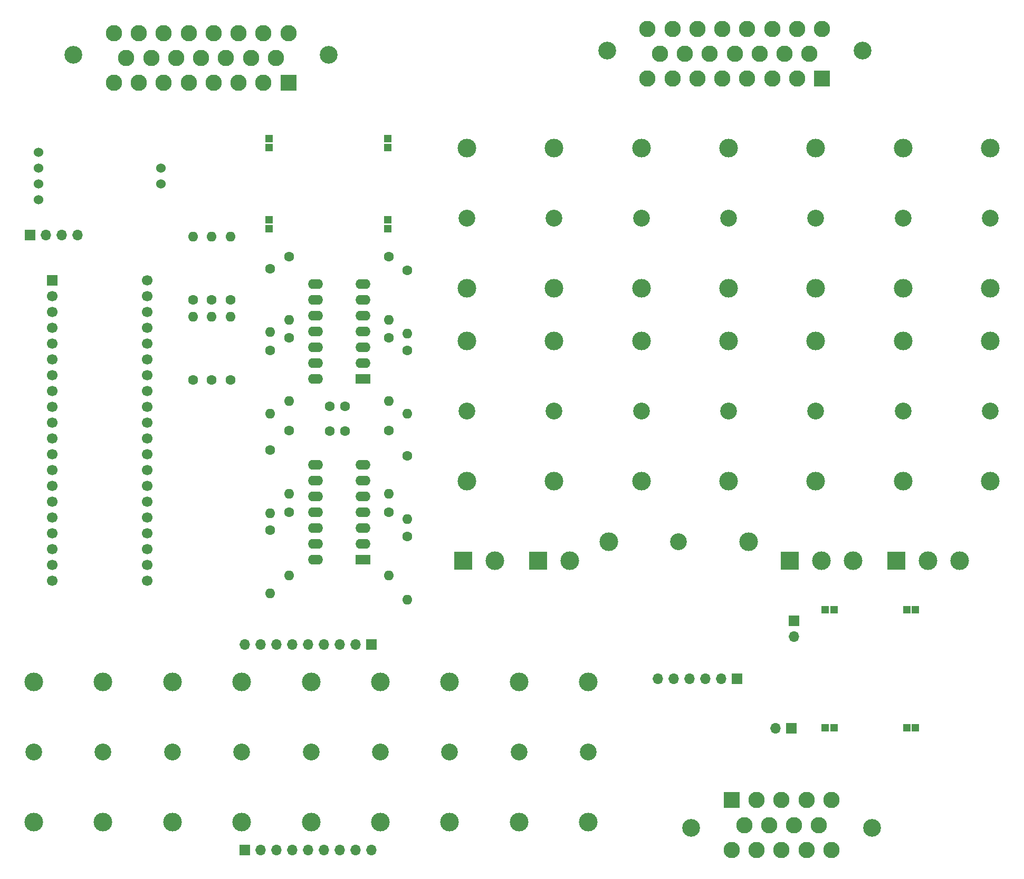
<source format=gbr>
%TF.GenerationSoftware,KiCad,Pcbnew,6.0.4+dfsg-1+b1*%
%TF.CreationDate,2022-05-05T15:10:20-03:00*%
%TF.ProjectId,painel1,7061696e-656c-4312-9e6b-696361645f70,rev?*%
%TF.SameCoordinates,Original*%
%TF.FileFunction,Soldermask,Bot*%
%TF.FilePolarity,Negative*%
%FSLAX46Y46*%
G04 Gerber Fmt 4.6, Leading zero omitted, Abs format (unit mm)*
G04 Created by KiCad (PCBNEW 6.0.4+dfsg-1+b1) date 2022-05-05 15:10:20*
%MOMM*%
%LPD*%
G01*
G04 APERTURE LIST*
%ADD10C,1.600000*%
%ADD11O,1.600000X1.600000*%
%ADD12C,2.700000*%
%ADD13C,3.000000*%
%ADD14C,2.625000*%
%ADD15R,2.625000X2.625000*%
%ADD16C,2.850000*%
%ADD17R,1.700000X1.700000*%
%ADD18C,1.700000*%
%ADD19R,3.000000X3.000000*%
%ADD20C,1.524000*%
%ADD21O,1.700000X1.700000*%
%ADD22R,1.308000X1.308000*%
%ADD23R,2.400000X1.600000*%
%ADD24O,2.400000X1.600000*%
G04 APERTURE END LIST*
D10*
%TO.C,R5*%
X93977500Y-109217500D03*
D11*
X93977500Y-119377500D03*
%TD*%
D10*
%TO.C,R3*%
X74977500Y-77217500D03*
D11*
X74977500Y-87377500D03*
%TD*%
D12*
%TO.C,F3*%
X187500000Y-102000000D03*
D13*
X187500000Y-113250000D03*
X187500000Y-90750000D03*
%TD*%
D12*
%TO.C,F4*%
X67375000Y-156750000D03*
D13*
X67375000Y-168000000D03*
X67375000Y-145500000D03*
%TD*%
D14*
%TO.C,J1*%
X162010000Y-172500000D03*
X158010000Y-172500000D03*
X154010000Y-172500000D03*
X150010000Y-172500000D03*
X146010000Y-172500000D03*
X160010000Y-168500000D03*
X156010000Y-168500000D03*
X152010000Y-168500000D03*
X148010000Y-168500000D03*
X162010000Y-164500000D03*
X158010000Y-164500000D03*
X154010000Y-164500000D03*
X150010000Y-164500000D03*
D15*
X146010000Y-164500000D03*
D16*
X168510000Y-169000000D03*
X139510000Y-169000000D03*
%TD*%
%TO.C,J1*%
X40357500Y-44755000D03*
X81357500Y-44755000D03*
D15*
X74857500Y-49255000D03*
D14*
X70857500Y-49255000D03*
X66857500Y-49255000D03*
X62857500Y-49255000D03*
X58857500Y-49255000D03*
X54857500Y-49255000D03*
X50857500Y-49255000D03*
X46857500Y-49255000D03*
X72857500Y-45255000D03*
X68857500Y-45255000D03*
X64857500Y-45255000D03*
X60857500Y-45255000D03*
X56857500Y-45255000D03*
X52857500Y-45255000D03*
X48857500Y-45255000D03*
X74857500Y-41255000D03*
X70857500Y-41255000D03*
X66857500Y-41255000D03*
X62857500Y-41255000D03*
X58857500Y-41255000D03*
X54857500Y-41255000D03*
X50857500Y-41255000D03*
X46857500Y-41255000D03*
%TD*%
D12*
%TO.C,F9*%
X131500000Y-71000000D03*
D13*
X131500000Y-59750000D03*
X131500000Y-82250000D03*
%TD*%
D16*
%TO.C,J1*%
X167000000Y-44087500D03*
X126000000Y-44087500D03*
D15*
X160500000Y-48587500D03*
D14*
X156500000Y-48587500D03*
X152500000Y-48587500D03*
X148500000Y-48587500D03*
X144500000Y-48587500D03*
X140500000Y-48587500D03*
X136500000Y-48587500D03*
X132500000Y-48587500D03*
X158500000Y-44587500D03*
X154500000Y-44587500D03*
X150500000Y-44587500D03*
X146500000Y-44587500D03*
X142500000Y-44587500D03*
X138500000Y-44587500D03*
X134500000Y-44587500D03*
X160500000Y-40587500D03*
X156500000Y-40587500D03*
X152500000Y-40587500D03*
X148500000Y-40587500D03*
X144500000Y-40587500D03*
X140500000Y-40587500D03*
X136500000Y-40587500D03*
X132500000Y-40587500D03*
%TD*%
D10*
%TO.C,R1*%
X93977500Y-79377500D03*
D11*
X93977500Y-89537500D03*
%TD*%
D10*
%TO.C,R19*%
X59562500Y-97032500D03*
D11*
X59562500Y-86872500D03*
%TD*%
D12*
%TO.C,F8*%
X111875000Y-156750000D03*
D13*
X111875000Y-168000000D03*
X111875000Y-145500000D03*
%TD*%
D12*
%TO.C,F9*%
X123000000Y-156750000D03*
D13*
X123000000Y-168000000D03*
X123000000Y-145500000D03*
%TD*%
D10*
%TO.C,R4*%
X74977500Y-90217500D03*
D11*
X74977500Y-100377500D03*
%TD*%
D12*
%TO.C,F10*%
X145500000Y-71000000D03*
D13*
X145500000Y-59750000D03*
X145500000Y-82250000D03*
%TD*%
D17*
%TO.C,U1*%
X36942500Y-80982500D03*
D18*
X36942500Y-83522500D03*
X36942500Y-86062500D03*
X36942500Y-88602500D03*
X36942500Y-91142500D03*
X36942500Y-93682500D03*
X36942500Y-96222500D03*
X36942500Y-98762500D03*
X36942500Y-101302500D03*
X36942500Y-103842500D03*
X36942500Y-106382500D03*
X36942500Y-108922500D03*
X36942500Y-111462500D03*
X36942500Y-114002500D03*
X36942500Y-116542500D03*
X36942500Y-119082500D03*
X36942500Y-121622500D03*
X36942500Y-124162500D03*
X36942500Y-126702500D03*
X36942500Y-129242500D03*
X52182500Y-129242500D03*
X52182500Y-126702500D03*
X52182500Y-124162500D03*
X52182500Y-121622500D03*
X52182500Y-119082500D03*
X52182500Y-116542500D03*
X52182500Y-114002500D03*
X52182500Y-111462500D03*
X52182500Y-108922500D03*
X52182500Y-106382500D03*
X52182500Y-103842500D03*
X52182500Y-101302500D03*
X52182500Y-98762500D03*
X52182500Y-96222500D03*
X52182500Y-93682500D03*
X52182500Y-91142500D03*
X52182500Y-88602500D03*
X52182500Y-86062500D03*
X52182500Y-83522500D03*
X52182500Y-80982500D03*
%TD*%
D19*
%TO.C,J3*%
X114960000Y-126000000D03*
D13*
X120040000Y-126000000D03*
%TD*%
D12*
%TO.C,F2*%
X45125000Y-156750000D03*
D13*
X45125000Y-168000000D03*
X45125000Y-145500000D03*
%TD*%
D10*
%TO.C,R6*%
X93977500Y-122137500D03*
D11*
X93977500Y-132297500D03*
%TD*%
D12*
%TO.C,F4*%
X173500000Y-102000000D03*
D13*
X173500000Y-113250000D03*
X173500000Y-90750000D03*
%TD*%
D12*
%TO.C,F3*%
X56250000Y-156750000D03*
D13*
X56250000Y-168000000D03*
X56250000Y-145500000D03*
%TD*%
D10*
%TO.C,R2*%
X93977500Y-92297500D03*
D11*
X93977500Y-102457500D03*
%TD*%
D10*
%TO.C,R15*%
X74977500Y-105137500D03*
D11*
X74977500Y-115297500D03*
%TD*%
D12*
%TO.C,F8*%
X137500000Y-123000000D03*
D13*
X148750000Y-123000000D03*
X126250000Y-123000000D03*
%TD*%
D20*
%TO.C,U3*%
X34752500Y-60460000D03*
X34752500Y-63000000D03*
X34752500Y-65540000D03*
X34752500Y-68080000D03*
X54437500Y-63000000D03*
X54437500Y-65540000D03*
%TD*%
D10*
%TO.C,R20*%
X59562500Y-84112500D03*
D11*
X59562500Y-73952500D03*
%TD*%
D10*
%TO.C,R7*%
X71977500Y-108217500D03*
D11*
X71977500Y-118377500D03*
%TD*%
D10*
%TO.C,C1*%
X83977500Y-101217500D03*
X81477500Y-101217500D03*
%TD*%
D21*
%TO.C,J1*%
X88170000Y-172500000D03*
X85630000Y-172500000D03*
X83090000Y-172500000D03*
X80550000Y-172500000D03*
X78010000Y-172500000D03*
X75470000Y-172500000D03*
X72930000Y-172500000D03*
X70390000Y-172500000D03*
D17*
X67850000Y-172500000D03*
%TD*%
D10*
%TO.C,R12*%
X71977500Y-92217500D03*
D11*
X71977500Y-102377500D03*
%TD*%
D10*
%TO.C,R21*%
X65562500Y-97032500D03*
D11*
X65562500Y-86872500D03*
%TD*%
D12*
%TO.C,F5*%
X78500000Y-156750000D03*
D13*
X78500000Y-168000000D03*
X78500000Y-145500000D03*
%TD*%
D12*
%TO.C,F1*%
X34000000Y-156750000D03*
D13*
X34000000Y-168000000D03*
X34000000Y-145500000D03*
%TD*%
D10*
%TO.C,R22*%
X65562500Y-84112500D03*
D11*
X65562500Y-73952500D03*
%TD*%
D10*
%TO.C,R13*%
X90977500Y-105137500D03*
D11*
X90977500Y-115297500D03*
%TD*%
D17*
%TO.C,J2*%
X88150000Y-139500000D03*
D21*
X85610000Y-139500000D03*
X83070000Y-139500000D03*
X80530000Y-139500000D03*
X77990000Y-139500000D03*
X75450000Y-139500000D03*
X72910000Y-139500000D03*
X70370000Y-139500000D03*
X67830000Y-139500000D03*
%TD*%
D22*
%TO.C,U1*%
X175516750Y-133906750D03*
X174116750Y-133906750D03*
X162446750Y-133906750D03*
X161046750Y-133906750D03*
X175516750Y-152906750D03*
X174116750Y-152906750D03*
X162446750Y-152906750D03*
X161046750Y-152906750D03*
%TD*%
%TO.C,U2*%
X71775750Y-58219250D03*
X71775750Y-59619250D03*
X71775750Y-71289250D03*
X71775750Y-72689250D03*
X90775750Y-58219250D03*
X90775750Y-59619250D03*
X90775750Y-71289250D03*
X90775750Y-72689250D03*
%TD*%
D10*
%TO.C,R16*%
X74977500Y-118217500D03*
D11*
X74977500Y-128377500D03*
%TD*%
D12*
%TO.C,F6*%
X145500000Y-102000000D03*
D13*
X145500000Y-113250000D03*
X145500000Y-90750000D03*
%TD*%
D12*
%TO.C,F11*%
X159500000Y-71000000D03*
D13*
X159500000Y-59750000D03*
X159500000Y-82250000D03*
%TD*%
D10*
%TO.C,R11*%
X71977500Y-79137500D03*
D11*
X71977500Y-89297500D03*
%TD*%
D12*
%TO.C,F7*%
X100750000Y-156750000D03*
D13*
X100750000Y-168000000D03*
X100750000Y-145500000D03*
%TD*%
D10*
%TO.C,R10*%
X90977500Y-90217500D03*
D11*
X90977500Y-100377500D03*
%TD*%
D10*
%TO.C,R8*%
X71977500Y-121137500D03*
D11*
X71977500Y-131297500D03*
%TD*%
D10*
%TO.C,R18*%
X62562500Y-84112500D03*
D11*
X62562500Y-73952500D03*
%TD*%
D12*
%TO.C,F6*%
X89625000Y-156750000D03*
D13*
X89625000Y-168000000D03*
X89625000Y-145500000D03*
%TD*%
D12*
%TO.C,F13*%
X187500000Y-71000000D03*
D13*
X187500000Y-59750000D03*
X187500000Y-82250000D03*
%TD*%
D12*
%TO.C,F14*%
X103500000Y-102000000D03*
D13*
X103500000Y-90750000D03*
X103500000Y-113250000D03*
%TD*%
D12*
%TO.C,F7*%
X103500000Y-71000000D03*
D13*
X103500000Y-59750000D03*
X103500000Y-82250000D03*
%TD*%
D19*
%TO.C,J2*%
X172420000Y-126000000D03*
D13*
X177500000Y-126000000D03*
X182580000Y-126000000D03*
%TD*%
D12*
%TO.C,F1*%
X117500000Y-102000000D03*
D13*
X117500000Y-113250000D03*
X117500000Y-90750000D03*
%TD*%
D10*
%TO.C,R14*%
X90977500Y-118217500D03*
D11*
X90977500Y-128377500D03*
%TD*%
D23*
%TO.C,U5*%
X86802500Y-125842500D03*
D24*
X86802500Y-123302500D03*
X86802500Y-120762500D03*
X86802500Y-118222500D03*
X86802500Y-115682500D03*
X86802500Y-113142500D03*
X86802500Y-110602500D03*
X79182500Y-110602500D03*
X79182500Y-113142500D03*
X79182500Y-115682500D03*
X79182500Y-118222500D03*
X79182500Y-120762500D03*
X79182500Y-123302500D03*
X79182500Y-125842500D03*
%TD*%
D10*
%TO.C,R9*%
X90977500Y-77217500D03*
D11*
X90977500Y-87377500D03*
%TD*%
D19*
%TO.C,J4*%
X155340000Y-126000000D03*
D13*
X160420000Y-126000000D03*
X165500000Y-126000000D03*
%TD*%
D21*
%TO.C,J2*%
X134160000Y-145000000D03*
X136700000Y-145000000D03*
X139240000Y-145000000D03*
X141780000Y-145000000D03*
X144320000Y-145000000D03*
D17*
X146860000Y-145000000D03*
%TD*%
D21*
%TO.C,J3*%
X153010000Y-153000000D03*
D17*
X155550000Y-153000000D03*
%TD*%
D12*
%TO.C,F12*%
X173500000Y-71000000D03*
D13*
X173500000Y-59750000D03*
X173500000Y-82250000D03*
%TD*%
D10*
%TO.C,R17*%
X62562500Y-97032500D03*
D11*
X62562500Y-86872500D03*
%TD*%
D17*
%TO.C,J2*%
X33382500Y-73682500D03*
D21*
X35922500Y-73682500D03*
X38462500Y-73682500D03*
X41002500Y-73682500D03*
%TD*%
D12*
%TO.C,F2*%
X131500000Y-102000000D03*
D13*
X131500000Y-113250000D03*
X131500000Y-90750000D03*
%TD*%
D12*
%TO.C,F5*%
X159500000Y-102000000D03*
D13*
X159500000Y-113250000D03*
X159500000Y-90750000D03*
%TD*%
D19*
%TO.C,J5*%
X102960000Y-126000000D03*
D13*
X108040000Y-126000000D03*
%TD*%
D10*
%TO.C,C2*%
X83977500Y-105217500D03*
X81477500Y-105217500D03*
%TD*%
D21*
%TO.C,J4*%
X156010000Y-138265000D03*
D17*
X156010000Y-135725000D03*
%TD*%
D12*
%TO.C,F15*%
X117500000Y-71000000D03*
D13*
X117500000Y-59750000D03*
X117500000Y-82250000D03*
%TD*%
D23*
%TO.C,U4*%
X86802500Y-96842500D03*
D24*
X86802500Y-94302500D03*
X86802500Y-91762500D03*
X86802500Y-89222500D03*
X86802500Y-86682500D03*
X86802500Y-84142500D03*
X86802500Y-81602500D03*
X79182500Y-81602500D03*
X79182500Y-84142500D03*
X79182500Y-86682500D03*
X79182500Y-89222500D03*
X79182500Y-91762500D03*
X79182500Y-94302500D03*
X79182500Y-96842500D03*
%TD*%
M02*

</source>
